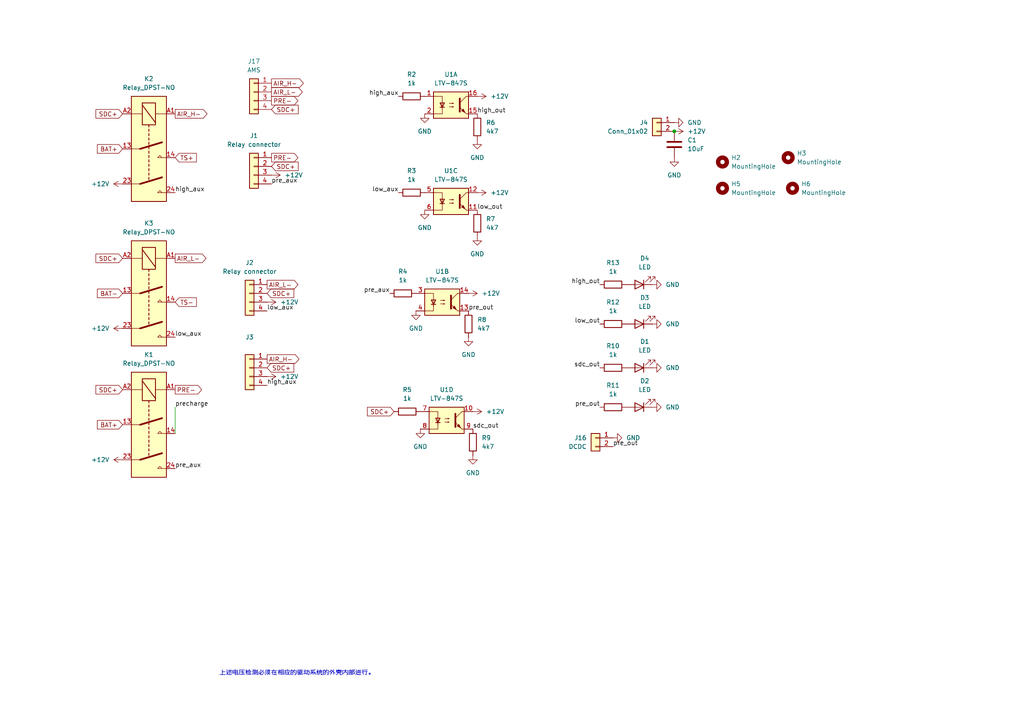
<source format=kicad_sch>
(kicad_sch (version 20250114) (generator "eeschema") (generator_version "9.0")
  (paper "A4")
  (lib_symbols
    (symbol "Connector_Generic:Conn_01x02" (pin_names (offset 1.016) (hide yes))
      (property "Reference" "J" (at 0 2.54 0))
      (property "Value" "Conn_01x02" (at 0 -5.08 0))
      (symbol "Conn_01x02_1_1"
        (rectangle (start -1.27 1.27) (end 1.27 -3.81) (stroke (width 0.254)) (fill (type background)))
        (rectangle (start -1.27 0.127) (end 0 -0.127) (stroke (width 0.1524)))
        (rectangle (start -1.27 -2.413) (end 0 -2.667) (stroke (width 0.1524)))
        (pin passive line (at -5.08 0 0) (length 3.81) (name "Pin_1") (number "1"))
        (pin passive line (at -5.08 -2.54 0) (length 3.81) (name "Pin_2") (number "2"))
      )
    )
    (symbol "Connector_Generic:Conn_01x04" (pin_names (offset 1.016) (hide yes))
      (property "Reference" "J" (at 0 5.08 0))
      (property "Value" "Conn_01x04" (at 0 -7.62 0))
      (symbol "Conn_01x04_1_1"
        (rectangle (start -1.27 3.81) (end 1.27 -6.35) (stroke (width 0.254)) (fill (type background)))
        (rectangle (start -1.27 2.667) (end 0 2.413) (stroke (width 0.1524)))
        (rectangle (start -1.27 0.127) (end 0 -0.127) (stroke (width 0.1524)))
        (rectangle (start -1.27 -2.413) (end 0 -2.667) (stroke (width 0.1524)))
        (rectangle (start -1.27 -4.953) (end 0 -5.207) (stroke (width 0.1524)))
        (pin passive line (at -5.08 2.54 0) (length 3.81) (name "Pin_1") (number "1"))
        (pin passive line (at -5.08 0 0) (length 3.81) (name "Pin_2") (number "2"))
        (pin passive line (at -5.08 -2.54 0) (length 3.81) (name "Pin_3") (number "3"))
        (pin passive line (at -5.08 -5.08 0) (length 3.81) (name "Pin_4") (number "4"))
      )
    )
    (symbol "Device:C" (pin_numbers (hide yes)) (pin_names (offset 0.254))
      (property "Reference" "C" (at 0.635 2.54 0))
      (property "Value" "C" (at 0.635 -2.54 0))
      (symbol "C_0_1"
        (polyline (pts (xy -2.032 0.762) (xy 2.032 0.762)) (stroke (width 0.508)))
        (polyline (pts (xy -2.032 -0.762) (xy 2.032 -0.762)) (stroke (width 0.508)))
      )
      (symbol "C_1_1"
        (pin passive line (at 0 3.81 270) (length 2.794) (name "~") (number "1"))
        (pin passive line (at 0 -3.81 90) (length 2.794) (name "~") (number "2"))
      )
    )
    (symbol "Device:LED" (pin_numbers (hide yes)) (pin_names (offset 1.016) (hide yes))
      (property "Reference" "D" (at 0 2.54 0))
      (property "Value" "LED" (at 0 -2.54 0))
      (symbol "LED_0_1"
        (polyline (pts (xy -3.048 -0.762) (xy -4.572 -2.286) (xy -3.81 -2.286) (xy -4.572 -2.286) (xy -4.572 -1.524)))
        (polyline (pts (xy -1.778 -0.762) (xy -3.302 -2.286) (xy -2.54 -2.286) (xy -3.302 -2.286) (xy -3.302 -1.524)))
        (polyline (pts (xy -1.27 0) (xy 1.27 0)))
        (polyline (pts (xy -1.27 -1.27) (xy -1.27 1.27)) (stroke (width 0.254)))
        (polyline (pts (xy 1.27 -1.27) (xy 1.27 1.27) (xy -1.27 0) (xy 1.27 -1.27)) (stroke (width 0.254)))
      )
      (symbol "LED_1_1"
        (pin passive line (at -3.81 0 0) (length 2.54) (name "K") (number "1"))
        (pin passive line (at 3.81 0 180) (length 2.54) (name "A") (number "2"))
      )
    )
    (symbol "Device:R" (pin_numbers (hide yes)) (pin_names (offset 0))
      (property "Reference" "R" (at 2.032 0 90))
      (property "Value" "R" (at 0 0 90))
      (symbol "R_0_1"
        (rectangle (start -1.016 -2.54) (end 1.016 2.54) (stroke (width 0.254)))
      )
      (symbol "R_1_1"
        (pin passive line (at 0 3.81 270) (length 1.27) (name "~") (number "1"))
        (pin passive line (at 0 -3.81 90) (length 1.27) (name "~") (number "2"))
      )
    )
    (symbol "Isolator:LTV-847S" (pin_names (offset 1.016))
      (property "Reference" "U" (at -3.81 5.08 0))
      (property "Value" "LTV-847S" (at 0 -5.08 0))
      (symbol "LTV-847S_0_1"
        (rectangle (start -5.08 3.81) (end 5.08 -3.81) (stroke (width 0.254)) (fill (type background)))
        (polyline (pts (xy -5.08 2.54) (xy -2.54 2.54) (xy -2.54 -1.27) (xy -2.54 0.635)))
        (polyline (pts (xy -3.175 -0.635) (xy -1.905 -0.635)) (stroke (width 0.254)))
        (polyline (pts (xy -2.54 -0.635) (xy -2.54 -2.54) (xy -5.08 -2.54)))
        (polyline (pts (xy -2.54 -0.635) (xy -3.175 0.635) (xy -1.905 0.635) (xy -2.54 -0.635)) (stroke (width 0.254)))
        (polyline (pts (xy -0.508 0.508) (xy 0.762 0.508) (xy 0.381 0.381) (xy 0.381 0.635) (xy 0.762 0.508)))
        (polyline (pts (xy -0.508 -0.508) (xy 0.762 -0.508) (xy 0.381 -0.635) (xy 0.381 -0.381) (xy 0.762 -0.508)))
        (polyline (pts (xy 2.54 1.905) (xy 2.54 -1.905) (xy 2.54 -1.905)) (stroke (width 0.508)))
        (polyline (pts (xy 2.54 0.635) (xy 4.445 2.54)))
        (polyline (pts (xy 3.048 -1.651) (xy 3.556 -1.143) (xy 4.064 -2.159) (xy 3.048 -1.651) (xy 3.048 -1.651)) (fill (type outline)))
        (polyline (pts (xy 4.445 2.54) (xy 5.08 2.54)))
        (polyline (pts (xy 4.445 -2.54) (xy 2.54 -0.635)) (fill (type outline)))
        (polyline (pts (xy 4.445 -2.54) (xy 5.08 -2.54)))
      )
      (symbol "LTV-847S_1_1"
        (pin passive line (at -7.62 2.54 0) (length 2.54) (name "~") (number "1"))
        (pin passive line (at -7.62 -2.54 0) (length 2.54) (name "~") (number "2"))
        (pin passive line (at 7.62 2.54 180) (length 2.54) (name "~") (number "16"))
        (pin passive line (at 7.62 -2.54 180) (length 2.54) (name "~") (number "15"))
      )
      (symbol "LTV-847S_2_1"
        (pin passive line (at -7.62 2.54 0) (length 2.54) (name "~") (number "3"))
        (pin passive line (at -7.62 -2.54 0) (length 2.54) (name "~") (number "4"))
        (pin passive line (at 7.62 2.54 180) (length 2.54) (name "~") (number "14"))
        (pin passive line (at 7.62 -2.54 180) (length 2.54) (name "~") (number "13"))
      )
      (symbol "LTV-847S_3_1"
        (pin passive line (at -7.62 2.54 0) (length 2.54) (name "~") (number "5"))
        (pin passive line (at -7.62 -2.54 0) (length 2.54) (name "~") (number "6"))
        (pin passive line (at 7.62 2.54 180) (length 2.54) (name "~") (number "12"))
        (pin passive line (at 7.62 -2.54 180) (length 2.54) (name "~") (number "11"))
      )
      (symbol "LTV-847S_4_1"
        (pin passive line (at -7.62 2.54 0) (length 2.54) (name "~") (number "7"))
        (pin passive line (at -7.62 -2.54 0) (length 2.54) (name "~") (number "8"))
        (pin passive line (at 7.62 2.54 180) (length 2.54) (name "~") (number "10"))
        (pin passive line (at 7.62 -2.54 180) (length 2.54) (name "~") (number "9"))
      )
    )
    (symbol "Mechanical:MountingHole" (pin_names (offset 1.016)) (in_bom no)
      (property "Reference" "H" (at 0 5.08 0))
      (property "Value" "MountingHole" (at 0 3.175 0))
      (symbol "MountingHole_0_1"
        (circle (center 0 0) (radius 1.27) (stroke (width 1.27)))
      )
    )
    (symbol "Relay:Relay_DPST-NO"
      (property "Reference" "K" (at 16.51 3.81 0))
      (property "Value" "Relay_DPST-NO" (at 16.51 1.27 0))
      (symbol "Relay_DPST-NO_0_1"
        (rectangle (start -15.24 5.08) (end 15.24 -5.08) (stroke (width 0.254)) (fill (type background)))
        (rectangle (start -13.335 1.905) (end -6.985 -1.905) (stroke (width 0.254)))
        (polyline (pts (xy -12.7 -1.905) (xy -7.62 1.905)) (stroke (width 0.254)))
        (polyline (pts (xy -10.16 5.08) (xy -10.16 1.905)))
        (polyline (pts (xy -10.16 -5.08) (xy -10.16 -1.905)))
        (polyline (pts (xy -6.985 0) (xy -6.35 0)) (stroke (width 0.254)))
        (polyline (pts (xy -5.715 0) (xy -5.08 0)) (stroke (width 0.254)))
        (polyline (pts (xy -4.445 0) (xy -3.81 0)) (stroke (width 0.254)))
        (polyline (pts (xy -3.175 0) (xy -2.54 0)) (stroke (width 0.254)))
        (polyline (pts (xy -1.905 0) (xy -1.27 0)) (stroke (width 0.254)))
        (polyline (pts (xy -0.635 0) (xy 0 0)) (stroke (width 0.254)))
        (polyline (pts (xy 0 -2.54) (xy -1.905 3.81)) (stroke (width 0.508)))
        (polyline (pts (xy 0 -2.54) (xy 0 -5.08)))
        (polyline (pts (xy 0.635 0) (xy 1.27 0)) (stroke (width 0.254)))
        (polyline (pts (xy 1.905 0) (xy 2.54 0)) (stroke (width 0.254)))
        (polyline (pts (xy 2.54 5.08) (xy 2.54 2.54) (xy 1.905 3.175) (xy 2.54 3.81)))
        (polyline (pts (xy 3.175 0) (xy 3.81 0)) (stroke (width 0.254)))
        (polyline (pts (xy 4.445 0) (xy 5.08 0)) (stroke (width 0.254)))
        (polyline (pts (xy 5.715 0) (xy 6.35 0)) (stroke (width 0.254)))
        (polyline (pts (xy 6.985 0) (xy 7.62 0)) (stroke (width 0.254)))
        (polyline (pts (xy 8.255 0) (xy 8.89 0)) (stroke (width 0.254)))
        (polyline (pts (xy 10.16 -2.54) (xy 8.255 3.81)) (stroke (width 0.508)))
        (polyline (pts (xy 10.16 -2.54) (xy 10.16 -5.08)))
        (polyline (pts (xy 12.7 5.08) (xy 12.7 2.54) (xy 12.065 3.175) (xy 12.7 3.81)))
      )
      (symbol "Relay_DPST-NO_1_1"
        (pin passive line (at -10.16 7.62 270) (length 2.54) (name "~") (number "A1"))
        (pin passive line (at -10.16 -7.62 90) (length 2.54) (name "~") (number "A2"))
        (pin passive line (at 0 -7.62 90) (length 2.54) (name "~") (number "13"))
        (pin passive line (at 2.54 7.62 270) (length 2.54) (name "~") (number "14"))
        (pin passive line (at 10.16 -7.62 90) (length 2.54) (name "~") (number "23"))
        (pin passive line (at 12.7 7.62 270) (length 2.54) (name "~") (number "24"))
      )
    )
    (symbol "power:+12V" (power) (pin_numbers (hide yes)) (pin_names (offset 0) (hide yes))
      (property "Value" "+12V" (at 0 3.556 0))
      (symbol "+12V_0_1"
        (polyline (pts (xy -0.762 1.27) (xy 0 2.54)))
        (polyline (pts (xy 0 2.54) (xy 0.762 1.27)))
        (polyline (pts (xy 0 0) (xy 0 2.54)))
      )
      (symbol "+12V_1_1"
        (pin power_in line (at 0 0 90) (length 0) (name "~") (number "1"))
      )
    )
    (symbol "power:GND" (power) (pin_numbers (hide yes)) (pin_names (offset 0) (hide yes))
      (property "Value" "GND" (at 0 -3.81 0))
      (symbol "GND_0_1"
        (polyline (pts (xy 0 0) (xy 0 -1.27) (xy 1.27 -1.27) (xy 0 -2.54) (xy -1.27 -1.27) (xy 0 -1.27)))
      )
      (symbol "GND_1_1"
        (pin power_in line (at 0 0 270) (length 0) (name "~") (number "1"))
      )
    )
  )
  (text "上述电压检测必须在相应的驱动系统的外壳内部进行。" (at 85.852 195.326 0) (effects (font (size 1.27 1.27))))
  (junction (at 195.58 38.1))
  (wire (pts (xy 50.8 118.11) (xy 50.8 125.73)))
  (label "low_out" (at 173.99 93.98 180))
  (label "low_aux" (at 50.8 97.79 0))
  (label "sdc_out" (at 173.99 106.68 180))
  (label "low_aux" (at 115.57 55.88 180))
  (label "precharge" (at 50.8 118.11 0))
  (label "pre_out" (at 173.99 118.11 180))
  (label "pre_out" (at 135.89 90.17 0))
  (label "pre_aux" (at 50.8 135.89 0))
  (label "high_aux" (at 50.8 55.88 0))
  (label "pre_out" (at 177.8 129.54 0))
  (label "pre_aux" (at 78.74 53.34 0))
  (label "high_aux" (at 115.57 27.94 180))
  (label "pre_aux" (at 113.03 85.09 180))
  (label "high_out" (at 173.99 82.55 180))
  (label "low_out" (at 138.43 60.96 0))
  (label "low_aux" (at 77.47 90.17 0))
  (label "high_out" (at 138.43 33.02 0))
  (label "sdc_out" (at 137.16 124.46 0))
  (label "high_aux" (at 77.47 111.76 0))
  (global_label "AIR_L-" (shape output) (at 78.74 26.67 0) (property "Intersheetrefs" "${INTERSHEET_REFS}" (effects (hide yes))))
  (global_label "PRE-" (shape output) (at 78.74 45.72 0) (property "Intersheetrefs" "${INTERSHEET_REFS}" (effects (hide yes))))
  (global_label "SDC+" (shape input) (at 78.74 48.26 0) (property "Intersheetrefs" "${INTERSHEET_REFS}" (effects (hide yes))))
  (global_label "AIR_L-" (shape output) (at 77.47 82.55 0) (property "Intersheetrefs" "${INTERSHEET_REFS}" (effects (hide yes))))
  (global_label "SDC+" (shape input) (at 35.56 33.02 180) (property "Intersheetrefs" "${INTERSHEET_REFS}" (effects (hide yes))))
  (global_label "SDC+" (shape input) (at 78.74 31.75 0) (property "Intersheetrefs" "${INTERSHEET_REFS}" (effects (hide yes))))
  (global_label "TS+" (shape input) (at 50.8 45.72 0) (property "Intersheetrefs" "${INTERSHEET_REFS}" (effects (hide yes))))
  (global_label "SDC+" (shape input) (at 77.47 106.68 0) (property "Intersheetrefs" "${INTERSHEET_REFS}" (effects (hide yes))))
  (global_label "SDC+" (shape input) (at 35.56 113.03 180) (property "Intersheetrefs" "${INTERSHEET_REFS}" (effects (hide yes))))
  (global_label "AIR_H-" (shape output) (at 50.8 33.02 0) (property "Intersheetrefs" "${INTERSHEET_REFS}" (effects (hide yes))))
  (global_label "BAT+" (shape input) (at 35.56 43.18 180) (property "Intersheetrefs" "${INTERSHEET_REFS}" (effects (hide yes))))
  (global_label "AIR_L-" (shape output) (at 50.8 74.93 0) (property "Intersheetrefs" "${INTERSHEET_REFS}" (effects (hide yes))))
  (global_label "AIR_H-" (shape output) (at 78.74 24.13 0) (property "Intersheetrefs" "${INTERSHEET_REFS}" (effects (hide yes))))
  (global_label "PRE-" (shape output) (at 50.8 113.03 0) (property "Intersheetrefs" "${INTERSHEET_REFS}" (effects (hide yes))))
  (global_label "PRE-" (shape output) (at 78.74 29.21 0) (property "Intersheetrefs" "${INTERSHEET_REFS}" (effects (hide yes))))
  (global_label "TS-" (shape input) (at 50.8 87.63 0) (property "Intersheetrefs" "${INTERSHEET_REFS}" (effects (hide yes))))
  (global_label "SDC+" (shape input) (at 114.3 119.38 180) (property "Intersheetrefs" "${INTERSHEET_REFS}" (effects (hide yes))))
  (global_label "SDC+" (shape input) (at 77.47 85.09 0) (property "Intersheetrefs" "${INTERSHEET_REFS}" (effects (hide yes))))
  (global_label "AIR_H-" (shape output) (at 77.47 104.14 0) (property "Intersheetrefs" "${INTERSHEET_REFS}" (effects (hide yes))))
  (global_label "BAT-" (shape input) (at 35.56 85.09 180) (property "Intersheetrefs" "${INTERSHEET_REFS}" (effects (hide yes))))
  (global_label "BAT+" (shape input) (at 35.56 123.19 180) (property "Intersheetrefs" "${INTERSHEET_REFS}" (effects (hide yes))))
  (global_label "SDC+" (shape input) (at 35.56 74.93 180) (property "Intersheetrefs" "${INTERSHEET_REFS}" (effects (hide yes))))
  (symbol (lib_id "Device:R") (at 119.38 27.94 90) (unit 1)
    (property "Reference" "R2" (at 119.38 21.59 90))
    (property "Value" "1k" (at 119.38 24.13 90))
    (property "Footprint" "RMC_Resistor:R_0805_2012Metric_Pad1.20x1.40mm_HandSolder_L" (effects (hide yes)))
    (property "Description" "Resistor" (effects (hide yes)))
  )
  (symbol (lib_id "power:GND") (at 120.65 90.17 0) (unit 1)
    (property "Reference" "#PWR031" (effects (hide yes)))
    (property "Value" "GND" (at 120.65 95.25 0))
    (property "Description" "Power symbol creates a global label with name \"GND\" , ground" (effects (hide yes)))
  )
  (symbol (lib_id "power:+12V") (at 35.56 95.25 90) (unit 1)
    (property "Reference" "#PWR07" (effects (hide yes)))
    (property "Value" "+12V" (at 31.75 95.2499 90) (effects (justify left)))
    (property "Description" "Power symbol creates a global label with name \"+12V\"" (effects (hide yes)))
  )
  (symbol (lib_id "Device:R") (at 138.43 64.77 0) (unit 1)
    (property "Reference" "R7" (at 140.97 63.4999 0) (effects (justify left)))
    (property "Value" "4k7" (at 140.97 66.0399 0) (effects (justify left)))
    (property "Footprint" "RMC_Resistor:R_0805_2012Metric_Pad1.20x1.40mm_HandSolder_L" (effects (hide yes)))
    (property "Description" "Resistor" (effects (hide yes)))
  )
  (symbol (lib_id "Device:R") (at 177.8 93.98 90) (unit 1)
    (property "Reference" "R12" (at 177.8 87.63 90))
    (property "Value" "1k" (at 177.8 90.17 90))
    (property "Footprint" "RMC_Resistor:R_0805_2012Metric_Pad1.20x1.40mm_HandSolder_L" (effects (hide yes)))
    (property "Description" "Resistor" (effects (hide yes)))
  )
  (symbol (lib_id "power:GND") (at 189.23 82.55 90) (unit 1)
    (property "Reference" "#PWR030" (effects (hide yes)))
    (property "Value" "GND" (at 193.04 82.5499 90) (effects (justify right)))
    (property "Description" "Power symbol creates a global label with name \"GND\" , ground" (effects (hide yes)))
  )
  (symbol (lib_id "Device:R") (at 177.8 82.55 90) (unit 1)
    (property "Reference" "R13" (at 177.8 76.2 90))
    (property "Value" "1k" (at 177.8 78.74 90))
    (property "Footprint" "RMC_Resistor:R_0805_2012Metric_Pad1.20x1.40mm_HandSolder_L" (effects (hide yes)))
    (property "Description" "Resistor" (effects (hide yes)))
  )
  (symbol (lib_id "Device:LED") (at 185.42 82.55 180) (unit 1)
    (property "Reference" "D4" (at 187.0075 74.93 0))
    (property "Value" "LED" (at 187.0075 77.47 0))
    (property "Footprint" "RMC_LED:LED_0805_2012Metric_Pad1.45x1.40mm_HandSolder" (effects (hide yes)))
    (property "Description" "Light emitting diode" (effects (hide yes)))
    (property "Sim.Pins" "1=K 2=A" (effects (hide yes)))
  )
  (symbol (lib_id "power:GND") (at 195.58 35.56 90) (unit 1)
    (property "Reference" "#PWR021" (effects (hide yes)))
    (property "Value" "GND" (at 199.39 35.5599 90) (effects (justify right)))
    (property "Description" "Power symbol creates a global label with name \"GND\" , ground" (effects (hide yes)))
  )
  (symbol (lib_id "Mechanical:MountingHole") (at 209.55 54.61 0) (unit 1) (in_bom no)
    (property "Reference" "H5" (at 212.09 53.3399 0) (effects (justify left)))
    (property "Value" "MountingHole" (at 212.09 55.8799 0) (effects (justify left)))
    (property "Footprint" "MountingHole:MountingHole_4.3mm_M4" (effects (hide yes)))
    (property "Description" "Mounting Hole without connection" (effects (hide yes)))
  )
  (symbol (lib_id "Relay:Relay_DPST-NO") (at 43.18 85.09 270) (unit 1) (on_board no)
    (property "Reference" "K3" (at 43.18 64.77 90))
    (property "Value" "Relay_DPST-NO" (at 43.18 67.31 90))
    (property "Description" "Relay DPST, monostable, normally open, EN50005" (effects (hide yes)))
  )
  (symbol (lib_id "Isolator:LTV-847S") (at 130.81 58.42 0) (unit 3)
    (property "Reference" "U1" (at 130.81 49.53 0))
    (property "Value" "LTV-847S" (at 130.81 52.07 0))
    (property "Footprint" "Package_DIP:SMDIP-16_W9.53mm" (effects (hide yes)))
    (property "Datasheet" "http://www.us.liteon.com/downloads/LTV-817-827-847.PDF" (effects (hide yes)))
    (property "Description" "DC Optocoupler, Vce 35V, CTR 50%, SMDIP-16" (effects (hide yes)))
  )
  (symbol (lib_id "power:GND") (at 195.58 45.72 0) (unit 1)
    (property "Reference" "#PWR022" (effects (hide yes)))
    (property "Value" "GND" (at 195.58 50.8 0))
    (property "Description" "Power symbol creates a global label with name \"GND\" , ground" (effects (hide yes)))
  )
  (symbol (lib_id "power:+12V") (at 138.43 27.94 270) (unit 1)
    (property "Reference" "#PWR08" (effects (hide yes)))
    (property "Value" "+12V" (at 142.24 27.9399 90) (effects (justify left)))
    (property "Description" "Power symbol creates a global label with name \"+12V\"" (effects (hide yes)))
  )
  (symbol (lib_id "power:+12V") (at 137.16 119.38 270) (unit 1)
    (property "Reference" "#PWR011" (effects (hide yes)))
    (property "Value" "+12V" (at 140.97 119.3799 90) (effects (justify left)))
    (property "Description" "Power symbol creates a global label with name \"+12V\"" (effects (hide yes)))
  )
  (symbol (lib_id "power:GND") (at 138.43 68.58 0) (unit 1)
    (property "Reference" "#PWR024" (effects (hide yes)))
    (property "Value" "GND" (at 138.43 73.66 0))
    (property "Description" "Power symbol creates a global label with name \"GND\" , ground" (effects (hide yes)))
  )
  (symbol (lib_id "power:+12V") (at 138.43 55.88 270) (unit 1)
    (property "Reference" "#PWR09" (effects (hide yes)))
    (property "Value" "+12V" (at 142.24 55.8799 90) (effects (justify left)))
    (property "Description" "Power symbol creates a global label with name \"+12V\"" (effects (hide yes)))
  )
  (symbol (lib_id "power:GND") (at 123.19 60.96 0) (unit 1)
    (property "Reference" "#PWR032" (effects (hide yes)))
    (property "Value" "GND" (at 123.19 66.04 0))
    (property "Description" "Power symbol creates a global label with name \"GND\" , ground" (effects (hide yes)))
  )
  (symbol (lib_id "power:+12V") (at 78.74 50.8 270) (unit 1)
    (property "Reference" "#PWR05" (effects (hide yes)))
    (property "Value" "+12V" (at 82.55 50.7999 90) (effects (justify left)))
    (property "Description" "Power symbol creates a global label with name \"+12V\"" (effects (hide yes)))
  )
  (symbol (lib_id "Device:R") (at 177.8 118.11 90) (unit 1)
    (property "Reference" "R11" (at 177.8 111.76 90))
    (property "Value" "1k" (at 177.8 114.3 90))
    (property "Footprint" "RMC_Resistor:R_0805_2012Metric_Pad1.20x1.40mm_HandSolder_L" (effects (hide yes)))
    (property "Description" "Resistor" (effects (hide yes)))
  )
  (symbol (lib_id "Device:C") (at 195.58 41.91 0) (unit 1)
    (property "Reference" "C1" (at 199.39 40.6399 0) (effects (justify left)))
    (property "Value" "10uF" (at 199.39 43.1799 0) (effects (justify left)))
    (property "Footprint" "RMC_Capacitor:C_0805_2012Metric_Pad1.18x1.45mm_HandSolder_L" (effects (hide yes)))
    (property "Description" "Unpolarized capacitor" (effects (hide yes)))
  )
  (symbol (lib_id "power:GND") (at 177.8 127 90) (unit 1)
    (property "Reference" "#PWR038" (effects (hide yes)))
    (property "Value" "GND" (at 181.61 126.9999 90) (effects (justify right)))
    (property "Description" "Power symbol creates a global label with name \"GND\" , ground" (effects (hide yes)))
  )
  (symbol (lib_id "power:GND") (at 137.16 132.08 0) (unit 1)
    (property "Reference" "#PWR026" (effects (hide yes)))
    (property "Value" "GND" (at 137.16 137.16 0))
    (property "Description" "Power symbol creates a global label with name \"GND\" , ground" (effects (hide yes)))
  )
  (symbol (lib_id "Isolator:LTV-847S") (at 129.54 121.92 0) (unit 4)
    (property "Reference" "U1" (at 129.54 113.03 0))
    (property "Value" "LTV-847S" (at 129.54 115.57 0))
    (property "Footprint" "Package_DIP:SMDIP-16_W9.53mm" (effects (hide yes)))
    (property "Datasheet" "http://www.us.liteon.com/downloads/LTV-817-827-847.PDF" (effects (hide yes)))
    (property "Description" "DC Optocoupler, Vce 35V, CTR 50%, SMDIP-16" (effects (hide yes)))
  )
  (symbol (lib_id "power:+12V") (at 35.56 133.35 90) (unit 1)
    (property "Reference" "#PWR013" (effects (hide yes)))
    (property "Value" "+12V" (at 31.75 133.3499 90) (effects (justify left)))
    (property "Description" "Power symbol creates a global label with name \"+12V\"" (effects (hide yes)))
  )
  (symbol (lib_id "Device:R") (at 118.11 119.38 90) (unit 1)
    (property "Reference" "R5" (at 118.11 113.03 90))
    (property "Value" "1k" (at 118.11 115.57 90))
    (property "Footprint" "RMC_Resistor:R_0805_2012Metric_Pad1.20x1.40mm_HandSolder_L" (effects (hide yes)))
    (property "Description" "Resistor" (effects (hide yes)))
  )
  (symbol (lib_id "power:GND") (at 123.19 33.02 0) (unit 1)
    (property "Reference" "#PWR033" (effects (hide yes)))
    (property "Value" "GND" (at 123.19 38.1 0))
    (property "Description" "Power symbol creates a global label with name \"GND\" , ground" (effects (hide yes)))
  )
  (symbol (lib_id "Relay:Relay_DPST-NO") (at 43.18 43.18 270) (unit 1) (on_board no)
    (property "Reference" "K2" (at 43.18 22.86 90))
    (property "Value" "Relay_DPST-NO" (at 43.18 25.4 90))
    (property "Description" "Relay DPST, monostable, normally open, EN50005" (effects (hide yes)))
  )
  (symbol (lib_id "Isolator:LTV-847S") (at 128.27 87.63 0) (unit 2)
    (property "Reference" "U1" (at 128.27 78.74 0))
    (property "Value" "LTV-847S" (at 128.27 81.28 0))
    (property "Footprint" "Package_DIP:SMDIP-16_W9.53mm" (effects (hide yes)))
    (property "Datasheet" "http://www.us.liteon.com/downloads/LTV-817-827-847.PDF" (effects (hide yes)))
    (property "Description" "DC Optocoupler, Vce 35V, CTR 50%, SMDIP-16" (effects (hide yes)))
  )
  (symbol (lib_id "power:+12V") (at 195.58 38.1 270) (unit 1)
    (property "Reference" "#PWR02" (effects (hide yes)))
    (property "Value" "+12V" (at 199.39 38.0999 90) (effects (justify left)))
    (property "Description" "Power symbol creates a global label with name \"+12V\"" (effects (hide yes)))
  )
  (symbol (lib_id "power:GND") (at 189.23 93.98 90) (unit 1)
    (property "Reference" "#PWR029" (effects (hide yes)))
    (property "Value" "GND" (at 193.04 93.9799 90) (effects (justify right)))
    (property "Description" "Power symbol creates a global label with name \"GND\" , ground" (effects (hide yes)))
  )
  (symbol (lib_id "power:GND") (at 189.23 118.11 90) (unit 1)
    (property "Reference" "#PWR027" (effects (hide yes)))
    (property "Value" "GND" (at 193.04 118.1099 90) (effects (justify right)))
    (property "Description" "Power symbol creates a global label with name \"GND\" , ground" (effects (hide yes)))
  )
  (symbol (lib_id "Device:LED") (at 185.42 106.68 180) (unit 1)
    (property "Reference" "D1" (at 187.0075 99.06 0))
    (property "Value" "LED" (at 187.0075 101.6 0))
    (property "Footprint" "RMC_LED:LED_0805_2012Metric_Pad1.45x1.40mm_HandSolder" (effects (hide yes)))
    (property "Description" "Light emitting diode" (effects (hide yes)))
    (property "Sim.Pins" "1=K 2=A" (effects (hide yes)))
  )
  (symbol (lib_id "power:+12V") (at 77.47 109.22 270) (unit 1)
    (property "Reference" "#PWR03" (effects (hide yes)))
    (property "Value" "+12V" (at 81.28 109.2199 90) (effects (justify left)))
    (property "Description" "Power symbol creates a global label with name \"+12V\"" (effects (hide yes)))
  )
  (symbol (lib_id "power:+12V") (at 35.56 53.34 90) (unit 1)
    (property "Reference" "#PWR06" (effects (hide yes)))
    (property "Value" "+12V" (at 31.75 53.3399 90) (effects (justify left)))
    (property "Description" "Power symbol creates a global label with name \"+12V\"" (effects (hide yes)))
  )
  (symbol (lib_id "Mechanical:MountingHole") (at 229.87 54.61 0) (unit 1) (in_bom no)
    (property "Reference" "H6" (at 232.41 53.3399 0) (effects (justify left)))
    (property "Value" "MountingHole" (at 232.41 55.8799 0) (effects (justify left)))
    (property "Footprint" "MountingHole:MountingHole_4.3mm_M4" (effects (hide yes)))
    (property "Description" "Mounting Hole without connection" (effects (hide yes)))
  )
  (symbol (lib_id "Device:R") (at 119.38 55.88 90) (unit 1)
    (property "Reference" "R3" (at 119.38 49.53 90))
    (property "Value" "1k" (at 119.38 52.07 90))
    (property "Footprint" "RMC_Resistor:R_0805_2012Metric_Pad1.20x1.40mm_HandSolder_L" (effects (hide yes)))
    (property "Description" "Resistor" (effects (hide yes)))
  )
  (symbol (lib_id "Connector_Generic:Conn_01x04") (at 72.39 106.68 0) (mirror y) (unit 1)
    (property "Reference" "J3" (at 72.39 97.79 0))
    (property "Value" "Relay connector" (effects (hide yes)))
    (property "Footprint" "Connector_Molex:Molex_Micro-Fit_3.0_43650-0410_1x04-1MP_P3.00mm_Horizontal_PnP" (effects (hide yes)))
    (property "Description" "Generic connector, single row, 01x04, script generated (kicad-library-utils/schlib/autogen/connector/)" (effects (hide yes)))
  )
  (symbol (lib_id "Connector_Generic:Conn_01x02") (at 190.5 35.56 0) (mirror y) (unit 1)
    (property "Reference" "J4" (at 187.96 35.5599 0) (effects (justify left)))
    (property "Value" "Conn_01x02" (at 187.96 38.0999 0) (effects (justify left)))
    (property "Footprint" "Connector_Molex:Molex_Micro-Fit_3.0_43650-0210_1x02-1MP_P3.00mm_Horizontal_PnP" (effects (hide yes)))
    (property "Description" "Generic connector, single row, 01x02, script generated (kicad-library-utils/schlib/autogen/connector/)" (effects (hide yes)))
  )
  (symbol (lib_id "power:GND") (at 121.92 124.46 0) (unit 1)
    (property "Reference" "#PWR034" (effects (hide yes)))
    (property "Value" "GND" (at 121.92 129.54 0))
    (property "Description" "Power symbol creates a global label with name \"GND\" , ground" (effects (hide yes)))
  )
  (symbol (lib_id "power:GND") (at 138.43 40.64 0) (unit 1)
    (property "Reference" "#PWR023" (effects (hide yes)))
    (property "Value" "GND" (at 138.43 45.72 0))
    (property "Description" "Power symbol creates a global label with name \"GND\" , ground" (effects (hide yes)))
  )
  (symbol (lib_id "power:GND") (at 135.89 97.79 0) (unit 1)
    (property "Reference" "#PWR025" (effects (hide yes)))
    (property "Value" "GND" (at 135.89 102.87 0))
    (property "Description" "Power symbol creates a global label with name \"GND\" , ground" (effects (hide yes)))
  )
  (symbol (lib_id "power:+12V") (at 77.47 87.63 270) (unit 1)
    (property "Reference" "#PWR04" (effects (hide yes)))
    (property "Value" "+12V" (at 81.28 87.6299 90) (effects (justify left)))
    (property "Description" "Power symbol creates a global label with name \"+12V\"" (effects (hide yes)))
  )
  (symbol (lib_id "Device:LED") (at 185.42 118.11 180) (unit 1)
    (property "Reference" "D2" (at 187.0075 110.49 0))
    (property "Value" "LED" (at 187.0075 113.03 0))
    (property "Footprint" "RMC_LED:LED_0805_2012Metric_Pad1.45x1.40mm_HandSolder" (effects (hide yes)))
    (property "Description" "Light emitting diode" (effects (hide yes)))
    (property "Sim.Pins" "1=K 2=A" (effects (hide yes)))
  )
  (symbol (lib_id "Device:R") (at 116.84 85.09 90) (unit 1)
    (property "Reference" "R4" (at 116.84 78.74 90))
    (property "Value" "1k" (at 116.84 81.28 90))
    (property "Footprint" "RMC_Resistor:R_0805_2012Metric_Pad1.20x1.40mm_HandSolder_L" (effects (hide yes)))
    (property "Description" "Resistor" (effects (hide yes)))
  )
  (symbol (lib_id "Device:R") (at 177.8 106.68 90) (unit 1)
    (property "Reference" "R10" (at 177.8 100.33 90))
    (property "Value" "1k" (at 177.8 102.87 90))
    (property "Footprint" "RMC_Resistor:R_0805_2012Metric_Pad1.20x1.40mm_HandSolder_L" (effects (hide yes)))
    (property "Description" "Resistor" (effects (hide yes)))
  )
  (symbol (lib_id "Relay:Relay_DPST-NO") (at 43.18 123.19 270) (unit 1) (on_board no)
    (property "Reference" "K1" (at 43.18 102.87 90))
    (property "Value" "Relay_DPST-NO" (at 43.18 105.41 90))
    (property "Description" "Relay DPST, monostable, normally open, EN50005" (effects (hide yes)))
  )
  (symbol (lib_id "Device:R") (at 138.43 36.83 0) (unit 1)
    (property "Reference" "R6" (at 140.97 35.5599 0) (effects (justify left)))
    (property "Value" "4k7" (at 140.97 38.0999 0) (effects (justify left)))
    (property "Footprint" "RMC_Resistor:R_0805_2012Metric_Pad1.20x1.40mm_HandSolder_L" (effects (hide yes)))
    (property "Description" "Resistor" (effects (hide yes)))
  )
  (symbol (lib_id "Connector_Generic:Conn_01x04") (at 72.39 85.09 0) (mirror y) (unit 1)
    (property "Reference" "J2" (at 72.39 76.2 0))
    (property "Value" "Relay connector" (at 72.39 78.74 0))
    (property "Footprint" "Connector_Molex:Molex_Micro-Fit_3.0_43650-0410_1x04-1MP_P3.00mm_Horizontal_PnP" (effects (hide yes)))
    (property "Description" "Generic connector, single row, 01x04, script generated (kicad-library-utils/schlib/autogen/connector/)" (effects (hide yes)))
  )
  (symbol (lib_id "Connector_Generic:Conn_01x04") (at 73.66 48.26 0) (mirror y) (unit 1)
    (property "Reference" "J1" (at 73.66 39.37 0))
    (property "Value" "Relay connector" (at 73.66 41.91 0))
    (property "Footprint" "Connector_Molex:Molex_Micro-Fit_3.0_43650-0410_1x04-1MP_P3.00mm_Horizontal_PnP" (effects (hide yes)))
    (property "Description" "Generic connector, single row, 01x04, script generated (kicad-library-utils/schlib/autogen/connector/)" (effects (hide yes)))
  )
  (symbol (lib_id "Connector_Generic:Conn_01x04") (at 73.66 26.67 0) (mirror y) (unit 1)
    (property "Reference" "J17" (at 73.66 17.78 0))
    (property "Value" "AMS" (at 73.66 20.32 0))
    (property "Footprint" "Connector_Molex:Molex_Micro-Fit_3.0_43650-0410_1x04-1MP_P3.00mm_Horizontal_PnP" (effects (hide yes)))
    (property "Description" "Generic connector, single row, 01x04, script generated (kicad-library-utils/schlib/autogen/connector/)" (effects (hide yes)))
  )
  (symbol (lib_id "Mechanical:MountingHole") (at 228.6 45.72 0) (unit 1) (in_bom no)
    (property "Reference" "H3" (at 231.14 44.4499 0) (effects (justify left)))
    (property "Value" "MountingHole" (at 231.14 46.9899 0) (effects (justify left)))
    (property "Footprint" "MountingHole:MountingHole_4.3mm_M4" (effects (hide yes)))
    (property "Description" "Mounting Hole without connection" (effects (hide yes)))
  )
  (symbol (lib_id "Isolator:LTV-847S") (at 130.81 30.48 0) (unit 1)
    (property "Reference" "U1" (at 130.81 21.59 0))
    (property "Value" "LTV-847S" (at 130.81 24.13 0))
    (property "Footprint" "Package_DIP:SMDIP-16_W9.53mm" (effects (hide yes)))
    (property "Datasheet" "http://www.us.liteon.com/downloads/LTV-817-827-847.PDF" (effects (hide yes)))
    (property "Description" "DC Optocoupler, Vce 35V, CTR 50%, SMDIP-16" (effects (hide yes)))
  )
  (symbol (lib_id "Device:R") (at 135.89 93.98 0) (unit 1)
    (property "Reference" "R8" (at 138.43 92.7099 0) (effects (justify left)))
    (property "Value" "4k7" (at 138.43 95.2499 0) (effects (justify left)))
    (property "Footprint" "RMC_Resistor:R_0805_2012Metric_Pad1.20x1.40mm_HandSolder_L" (effects (hide yes)))
    (property "Description" "Resistor" (effects (hide yes)))
  )
  (symbol (lib_id "Connector_Generic:Conn_01x02") (at 172.72 127 0) (mirror y) (unit 1)
    (property "Reference" "J16" (at 170.18 126.9999 0) (effects (justify left)))
    (property "Value" "DCDC" (at 170.18 129.5399 0) (effects (justify left)))
    (property "Footprint" "Connector_Molex:Molex_Micro-Fit_3.0_43650-0210_1x02-1MP_P3.00mm_Horizontal_PnP" (effects (hide yes)))
    (property "Description" "Generic connector, single row, 01x02, script generated (kicad-library-utils/schlib/autogen/connector/)" (effects (hide yes)))
  )
  (symbol (lib_id "Device:LED") (at 185.42 93.98 180) (unit 1)
    (property "Reference" "D3" (at 187.0075 86.36 0))
    (property "Value" "LED" (at 187.0075 88.9 0))
    (property "Footprint" "RMC_LED:LED_0805_2012Metric_Pad1.45x1.40mm_HandSolder" (effects (hide yes)))
    (property "Description" "Light emitting diode" (effects (hide yes)))
    (property "Sim.Pins" "1=K 2=A" (effects (hide yes)))
  )
  (symbol (lib_id "power:+12V") (at 135.89 85.09 270) (unit 1)
    (property "Reference" "#PWR010" (effects (hide yes)))
    (property "Value" "+12V" (at 139.7 85.0899 90) (effects (justify left)))
    (property "Description" "Power symbol creates a global label with name \"+12V\"" (effects (hide yes)))
  )
  (symbol (lib_id "Device:R") (at 137.16 128.27 0) (unit 1)
    (property "Reference" "R9" (at 139.7 126.9999 0) (effects (justify left)))
    (property "Value" "4k7" (at 139.7 129.5399 0) (effects (justify left)))
    (property "Footprint" "RMC_Resistor:R_0805_2012Metric_Pad1.20x1.40mm_HandSolder_L" (effects (hide yes)))
    (property "Description" "Resistor" (effects (hide yes)))
  )
  (symbol (lib_id "Mechanical:MountingHole") (at 209.55 46.99 0) (unit 1) (in_bom no)
    (property "Reference" "H2" (at 212.09 45.7199 0) (effects (justify left)))
    (property "Value" "MountingHole" (at 212.09 48.2599 0) (effects (justify left)))
    (property "Footprint" "MountingHole:MountingHole_4.3mm_M4" (effects (hide yes)))
    (property "Description" "Mounting Hole without connection" (effects (hide yes)))
  )
  (symbol (lib_id "power:GND") (at 189.23 106.68 90) (unit 1)
    (property "Reference" "#PWR028" (effects (hide yes)))
    (property "Value" "GND" (at 193.04 106.6799 90) (effects (justify right)))
    (property "Description" "Power symbol creates a global label with name \"GND\" , ground" (effects (hide yes)))
  )
)
</source>
